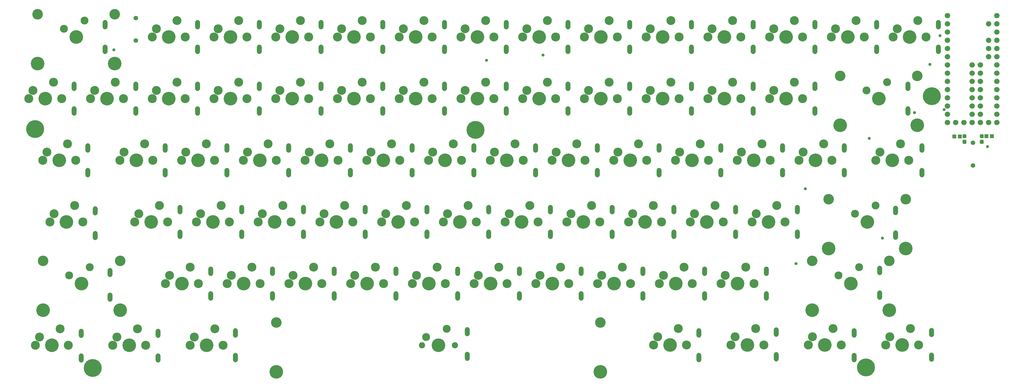
<source format=gbr>
G04 EAGLE Gerber X2 export*
%TF.Part,Single*%
%TF.FileFunction,Soldermask,Top,1*%
%TF.FilePolarity,Negative*%
%TF.GenerationSoftware,Autodesk,EAGLE,9.1.2*%
%TF.CreationDate,2018-08-12T18:09:38Z*%
G75*
%MOMM*%
%FSLAX34Y34*%
%LPD*%
%AMOC8*
5,1,8,0,0,1.08239X$1,22.5*%
G01*
%ADD10C,2.743200*%
%ADD11C,2.774800*%
%ADD12C,4.203600*%
%ADD13C,1.524000*%
%ADD14C,4.203200*%
%ADD15C,1.903200*%
%ADD16C,2.453200*%
%ADD17C,3.253200*%
%ADD18C,1.403200*%
%ADD19C,0.505344*%
%ADD20C,5.537200*%
%ADD21R,1.303200X1.203200*%
%ADD22C,1.676400*%
%ADD23C,0.959600*%


D10*
X326390Y716280D03*
X389890Y741680D03*
D11*
X313690Y690880D03*
X415290Y690880D03*
D12*
X364490Y690880D03*
D10*
X516890Y716280D03*
X580390Y741680D03*
D11*
X504190Y690880D03*
X605790Y690880D03*
D12*
X554990Y690880D03*
D10*
X707390Y716280D03*
X770890Y741680D03*
D11*
X694690Y690880D03*
X796290Y690880D03*
D12*
X745490Y690880D03*
D10*
X897890Y716280D03*
X961390Y741680D03*
D11*
X885190Y690880D03*
X986790Y690880D03*
D12*
X935990Y690880D03*
D10*
X1088390Y716280D03*
X1151890Y741680D03*
D11*
X1075690Y690880D03*
X1177290Y690880D03*
D12*
X1126490Y690880D03*
D10*
X1278890Y716280D03*
X1342390Y741680D03*
D11*
X1266190Y690880D03*
X1367790Y690880D03*
D12*
X1316990Y690880D03*
D10*
X1469390Y716280D03*
X1532890Y741680D03*
D11*
X1456690Y690880D03*
X1558290Y690880D03*
D12*
X1507490Y690880D03*
D10*
X1659890Y716280D03*
X1723390Y741680D03*
D11*
X1647190Y690880D03*
X1748790Y690880D03*
D12*
X1697990Y690880D03*
D10*
X1850390Y716280D03*
X1913890Y741680D03*
D11*
X1837690Y690880D03*
X1939290Y690880D03*
D12*
X1888490Y690880D03*
D10*
X2040890Y716280D03*
X2104390Y741680D03*
D11*
X2028190Y690880D03*
X2129790Y690880D03*
D12*
X2078990Y690880D03*
D10*
X2231390Y716280D03*
X2294890Y741680D03*
D11*
X2218690Y690880D03*
X2320290Y690880D03*
D12*
X2269490Y690880D03*
D10*
X2421890Y716280D03*
X2485390Y741680D03*
D11*
X2409190Y690880D03*
X2510790Y690880D03*
D12*
X2459990Y690880D03*
D10*
X2659380Y716280D03*
X2722880Y741680D03*
D11*
X2646680Y690880D03*
X2748280Y690880D03*
D12*
X2697480Y690880D03*
D13*
X453390Y722376D02*
X453390Y735584D01*
X453390Y659384D02*
X453390Y646176D01*
X643890Y722376D02*
X643890Y735584D01*
X643890Y659384D02*
X643890Y646176D01*
X834390Y722376D02*
X834390Y735584D01*
X834390Y659384D02*
X834390Y646176D01*
X1024890Y722376D02*
X1024890Y735584D01*
X1024890Y659384D02*
X1024890Y646176D01*
X1215390Y722376D02*
X1215390Y735584D01*
X1215390Y659384D02*
X1215390Y646176D01*
X1405890Y722376D02*
X1405890Y735584D01*
X1405890Y659384D02*
X1405890Y646176D01*
X1596390Y722376D02*
X1596390Y735584D01*
X1596390Y659384D02*
X1596390Y646176D01*
X1786890Y722376D02*
X1786890Y735584D01*
X1786890Y659384D02*
X1786890Y646176D01*
X1977390Y722376D02*
X1977390Y735584D01*
X1977390Y659384D02*
X1977390Y646176D01*
X2167890Y722376D02*
X2167890Y735584D01*
X2167890Y659384D02*
X2167890Y646176D01*
X2358390Y722376D02*
X2358390Y735584D01*
X2358390Y659384D02*
X2358390Y646176D01*
X2548890Y722376D02*
X2548890Y735584D01*
X2548890Y659384D02*
X2548890Y646176D01*
X2788920Y722376D02*
X2788920Y735584D01*
X2788920Y659384D02*
X2788920Y646176D01*
D10*
X372110Y525780D03*
X435610Y551180D03*
D11*
X359410Y500380D03*
X461010Y500380D03*
D12*
X410210Y500380D03*
D10*
X562610Y525780D03*
X626110Y551180D03*
D11*
X549910Y500380D03*
X651510Y500380D03*
D12*
X600710Y500380D03*
D10*
X753110Y525780D03*
X816610Y551180D03*
D11*
X740410Y500380D03*
X842010Y500380D03*
D12*
X791210Y500380D03*
D10*
X943610Y525780D03*
X1007110Y551180D03*
D11*
X930910Y500380D03*
X1032510Y500380D03*
D12*
X981710Y500380D03*
D10*
X1134110Y525780D03*
X1197610Y551180D03*
D11*
X1121410Y500380D03*
X1223010Y500380D03*
D12*
X1172210Y500380D03*
D10*
X1324610Y525780D03*
X1388110Y551180D03*
D11*
X1311910Y500380D03*
X1413510Y500380D03*
D12*
X1362710Y500380D03*
D10*
X1515110Y525780D03*
X1578610Y551180D03*
D11*
X1502410Y500380D03*
X1604010Y500380D03*
D12*
X1553210Y500380D03*
D10*
X1705610Y525780D03*
X1769110Y551180D03*
D11*
X1692910Y500380D03*
X1794510Y500380D03*
D12*
X1743710Y500380D03*
D10*
X1896110Y525780D03*
X1959610Y551180D03*
D11*
X1883410Y500380D03*
X1985010Y500380D03*
D12*
X1934210Y500380D03*
D10*
X2086610Y525780D03*
X2150110Y551180D03*
D11*
X2073910Y500380D03*
X2175510Y500380D03*
D12*
X2124710Y500380D03*
D10*
X2277110Y525780D03*
X2340610Y551180D03*
D11*
X2264410Y500380D03*
X2366010Y500380D03*
D12*
X2315210Y500380D03*
D13*
X499110Y531876D02*
X499110Y545084D01*
X499110Y468884D02*
X499110Y455676D01*
X689610Y531876D02*
X689610Y545084D01*
X689610Y468884D02*
X689610Y455676D01*
X880110Y531876D02*
X880110Y545084D01*
X880110Y468884D02*
X880110Y455676D01*
X1070610Y531876D02*
X1070610Y545084D01*
X1070610Y468884D02*
X1070610Y455676D01*
X1261110Y531876D02*
X1261110Y545084D01*
X1261110Y468884D02*
X1261110Y455676D01*
X1451610Y531876D02*
X1451610Y545084D01*
X1451610Y468884D02*
X1451610Y455676D01*
X1642110Y531876D02*
X1642110Y545084D01*
X1642110Y468884D02*
X1642110Y455676D01*
X1832610Y531876D02*
X1832610Y545084D01*
X1832610Y468884D02*
X1832610Y455676D01*
X2023110Y531876D02*
X2023110Y545084D01*
X2023110Y468884D02*
X2023110Y455676D01*
X2213610Y531876D02*
X2213610Y545084D01*
X2213610Y468884D02*
X2213610Y455676D01*
X2404110Y531876D02*
X2404110Y545084D01*
X2404110Y468884D02*
X2404110Y455676D01*
D10*
X467360Y335280D03*
X530860Y360680D03*
D11*
X454660Y309880D03*
X556260Y309880D03*
D12*
X505460Y309880D03*
D10*
X657860Y335280D03*
X721360Y360680D03*
D11*
X645160Y309880D03*
X746760Y309880D03*
D12*
X695960Y309880D03*
D10*
X848360Y335280D03*
X911860Y360680D03*
D11*
X835660Y309880D03*
X937260Y309880D03*
D12*
X886460Y309880D03*
D10*
X1038860Y335280D03*
X1102360Y360680D03*
D11*
X1026160Y309880D03*
X1127760Y309880D03*
D12*
X1076960Y309880D03*
D10*
X1229360Y335280D03*
X1292860Y360680D03*
D11*
X1216660Y309880D03*
X1318260Y309880D03*
D12*
X1267460Y309880D03*
D10*
X1419860Y335280D03*
X1483360Y360680D03*
D11*
X1407160Y309880D03*
X1508760Y309880D03*
D12*
X1457960Y309880D03*
D10*
X1610360Y335280D03*
X1673860Y360680D03*
D11*
X1597660Y309880D03*
X1699260Y309880D03*
D12*
X1648460Y309880D03*
D10*
X1800860Y335280D03*
X1864360Y360680D03*
D11*
X1788160Y309880D03*
X1889760Y309880D03*
D12*
X1838960Y309880D03*
D10*
X1991360Y335280D03*
X2054860Y360680D03*
D11*
X1978660Y309880D03*
X2080260Y309880D03*
D12*
X2029460Y309880D03*
D10*
X2181860Y335280D03*
X2245360Y360680D03*
D11*
X2169160Y309880D03*
X2270760Y309880D03*
D12*
X2219960Y309880D03*
D13*
X594360Y341376D02*
X594360Y354584D01*
X594360Y278384D02*
X594360Y265176D01*
X784860Y341376D02*
X784860Y354584D01*
X784860Y278384D02*
X784860Y265176D01*
X975360Y341376D02*
X975360Y354584D01*
X975360Y278384D02*
X975360Y265176D01*
X1165860Y341376D02*
X1165860Y354584D01*
X1165860Y278384D02*
X1165860Y265176D01*
X1356360Y341376D02*
X1356360Y354584D01*
X1356360Y278384D02*
X1356360Y265176D01*
X1546860Y341376D02*
X1546860Y354584D01*
X1546860Y278384D02*
X1546860Y265176D01*
X1737360Y341376D02*
X1737360Y354584D01*
X1737360Y278384D02*
X1737360Y265176D01*
X1927860Y341376D02*
X1927860Y354584D01*
X1927860Y278384D02*
X1927860Y265176D01*
X2118360Y341376D02*
X2118360Y354584D01*
X2118360Y278384D02*
X2118360Y265176D01*
X2308860Y341376D02*
X2308860Y354584D01*
X2308860Y278384D02*
X2308860Y265176D01*
D10*
X88900Y716280D03*
X152400Y741680D03*
D11*
X76200Y690880D03*
X177800Y690880D03*
D12*
X127000Y690880D03*
D10*
X110490Y525780D03*
X173990Y551180D03*
D11*
X97790Y500380D03*
X199390Y500380D03*
D12*
X148590Y500380D03*
D13*
X214630Y722376D02*
X214630Y735584D01*
X214630Y659384D02*
X214630Y646176D01*
X237490Y541274D02*
X237490Y528066D01*
X237490Y465074D02*
X237490Y451866D01*
X283210Y350774D02*
X283210Y337566D01*
X283210Y274574D02*
X283210Y261366D01*
X2658110Y343916D02*
X2658110Y357124D01*
X2658110Y280924D02*
X2658110Y267716D01*
X2707640Y529336D02*
X2707640Y542544D01*
X2707640Y466344D02*
X2707640Y453136D01*
D10*
X236220Y906780D03*
X299720Y932180D03*
D11*
X223520Y881380D03*
X325120Y881380D03*
D12*
X274320Y881380D03*
D10*
X426720Y906780D03*
X490220Y932180D03*
D11*
X414020Y881380D03*
X515620Y881380D03*
D12*
X464820Y881380D03*
D10*
X617220Y906780D03*
X680720Y932180D03*
D11*
X604520Y881380D03*
X706120Y881380D03*
D12*
X655320Y881380D03*
D10*
X807720Y906780D03*
X871220Y932180D03*
D11*
X795020Y881380D03*
X896620Y881380D03*
D12*
X845820Y881380D03*
D10*
X998220Y906780D03*
X1061720Y932180D03*
D11*
X985520Y881380D03*
X1087120Y881380D03*
D12*
X1036320Y881380D03*
D10*
X1188720Y906780D03*
X1252220Y932180D03*
D11*
X1176020Y881380D03*
X1277620Y881380D03*
D12*
X1226820Y881380D03*
D10*
X1379220Y906780D03*
X1442720Y932180D03*
D11*
X1366520Y881380D03*
X1468120Y881380D03*
D12*
X1417320Y881380D03*
D10*
X1569720Y906780D03*
X1633220Y932180D03*
D11*
X1557020Y881380D03*
X1658620Y881380D03*
D12*
X1607820Y881380D03*
D10*
X1760220Y906780D03*
X1823720Y932180D03*
D11*
X1747520Y881380D03*
X1849120Y881380D03*
D12*
X1798320Y881380D03*
D10*
X1950720Y906780D03*
X2014220Y932180D03*
D11*
X1938020Y881380D03*
X2039620Y881380D03*
D12*
X1988820Y881380D03*
D10*
X2141220Y906780D03*
X2204720Y932180D03*
D11*
X2128520Y881380D03*
X2230120Y881380D03*
D12*
X2179320Y881380D03*
D10*
X2331720Y906780D03*
X2395220Y932180D03*
D11*
X2319020Y881380D03*
X2420620Y881380D03*
D12*
X2369820Y881380D03*
D13*
X363220Y912876D02*
X363220Y926084D01*
X363220Y849884D02*
X363220Y836676D01*
X553720Y912876D02*
X553720Y926084D01*
X553720Y849884D02*
X553720Y836676D01*
X744220Y912876D02*
X744220Y926084D01*
X744220Y849884D02*
X744220Y836676D01*
X934720Y912876D02*
X934720Y926084D01*
X934720Y849884D02*
X934720Y836676D01*
X1125220Y912876D02*
X1125220Y926084D01*
X1125220Y849884D02*
X1125220Y836676D01*
X1315720Y912876D02*
X1315720Y926084D01*
X1315720Y849884D02*
X1315720Y836676D01*
X1506220Y912876D02*
X1506220Y926084D01*
X1506220Y849884D02*
X1506220Y836676D01*
X1696720Y912876D02*
X1696720Y926084D01*
X1696720Y849884D02*
X1696720Y836676D01*
X1887220Y912876D02*
X1887220Y926084D01*
X1887220Y849884D02*
X1887220Y836676D01*
X2077720Y912876D02*
X2077720Y926084D01*
X2077720Y849884D02*
X2077720Y836676D01*
X2268220Y912876D02*
X2268220Y926084D01*
X2268220Y849884D02*
X2268220Y836676D01*
X2458720Y912876D02*
X2458720Y926084D01*
X2458720Y849884D02*
X2458720Y836676D01*
X2745740Y912876D02*
X2745740Y926084D01*
X2745740Y849884D02*
X2745740Y836676D01*
D10*
X45720Y906780D03*
X109220Y932180D03*
D11*
X33020Y881380D03*
X134620Y881380D03*
D12*
X83820Y881380D03*
D13*
X172720Y912876D02*
X172720Y926084D01*
X172720Y849884D02*
X172720Y836676D01*
D10*
X66040Y144780D03*
X129540Y170180D03*
D11*
X53340Y119380D03*
X154940Y119380D03*
D12*
X104140Y119380D03*
D10*
X304800Y144780D03*
X368300Y170180D03*
D11*
X292100Y119380D03*
X393700Y119380D03*
D12*
X342900Y119380D03*
D10*
X543560Y144780D03*
X607060Y170180D03*
D11*
X530860Y119380D03*
X632460Y119380D03*
D12*
X581660Y119380D03*
D10*
X1973580Y146050D03*
X2037080Y171450D03*
D11*
X1960880Y120650D03*
X2062480Y120650D03*
D12*
X2011680Y120650D03*
D10*
X2212340Y146050D03*
X2275840Y171450D03*
D11*
X2199640Y120650D03*
X2301240Y120650D03*
D12*
X2250440Y120650D03*
D13*
X194310Y149606D02*
X194310Y162814D01*
X194310Y86614D02*
X194310Y73406D01*
X431800Y149606D02*
X431800Y162814D01*
X431800Y86614D02*
X431800Y73406D01*
X670560Y150876D02*
X670560Y164084D01*
X670560Y87884D02*
X670560Y74676D01*
X1385570Y154686D02*
X1385570Y167894D01*
X1385570Y91694D02*
X1385570Y78486D01*
X2100580Y150876D02*
X2100580Y164084D01*
X2100580Y87884D02*
X2100580Y74676D01*
X2339340Y153416D02*
X2339340Y166624D01*
X2339340Y90424D02*
X2339340Y77216D01*
D10*
X426720Y1097280D03*
X490220Y1122680D03*
D11*
X414020Y1071880D03*
X515620Y1071880D03*
D12*
X464820Y1071880D03*
D10*
X617220Y1097280D03*
X680720Y1122680D03*
D11*
X604520Y1071880D03*
X706120Y1071880D03*
D12*
X655320Y1071880D03*
D10*
X807720Y1097280D03*
X871220Y1122680D03*
D11*
X795020Y1071880D03*
X896620Y1071880D03*
D12*
X845820Y1071880D03*
D10*
X998220Y1097280D03*
X1061720Y1122680D03*
D11*
X985520Y1071880D03*
X1087120Y1071880D03*
D12*
X1036320Y1071880D03*
D10*
X1188720Y1097280D03*
X1252220Y1122680D03*
D11*
X1176020Y1071880D03*
X1277620Y1071880D03*
D12*
X1226820Y1071880D03*
D10*
X1379220Y1097280D03*
X1442720Y1122680D03*
D11*
X1366520Y1071880D03*
X1468120Y1071880D03*
D12*
X1417320Y1071880D03*
D10*
X1569720Y1097280D03*
X1633220Y1122680D03*
D11*
X1557020Y1071880D03*
X1658620Y1071880D03*
D12*
X1607820Y1071880D03*
D10*
X1760220Y1097280D03*
X1823720Y1122680D03*
D11*
X1747520Y1071880D03*
X1849120Y1071880D03*
D12*
X1798320Y1071880D03*
D10*
X1950720Y1097280D03*
X2014220Y1122680D03*
D11*
X1938020Y1071880D03*
X2039620Y1071880D03*
D12*
X1988820Y1071880D03*
D10*
X2141220Y1097280D03*
X2204720Y1122680D03*
D11*
X2128520Y1071880D03*
X2230120Y1071880D03*
D12*
X2179320Y1071880D03*
D10*
X2331720Y1097280D03*
X2395220Y1122680D03*
D11*
X2319020Y1071880D03*
X2420620Y1071880D03*
D12*
X2369820Y1071880D03*
D10*
X2522220Y1097280D03*
X2585720Y1122680D03*
D11*
X2509520Y1071880D03*
X2611120Y1071880D03*
D12*
X2560320Y1071880D03*
D13*
X553720Y1103376D02*
X553720Y1116584D01*
X553720Y1040384D02*
X553720Y1027176D01*
X744220Y1103376D02*
X744220Y1116584D01*
X744220Y1040384D02*
X744220Y1027176D01*
X934720Y1103376D02*
X934720Y1116584D01*
X934720Y1040384D02*
X934720Y1027176D01*
X1125220Y1103376D02*
X1125220Y1116584D01*
X1125220Y1040384D02*
X1125220Y1027176D01*
X1315720Y1103376D02*
X1315720Y1116584D01*
X1315720Y1040384D02*
X1315720Y1027176D01*
X1506220Y1103376D02*
X1506220Y1116584D01*
X1506220Y1040384D02*
X1506220Y1027176D01*
X1696720Y1103376D02*
X1696720Y1116584D01*
X1696720Y1040384D02*
X1696720Y1027176D01*
X1887220Y1103376D02*
X1887220Y1116584D01*
X1887220Y1040384D02*
X1887220Y1027176D01*
X2077720Y1103376D02*
X2077720Y1116584D01*
X2077720Y1040384D02*
X2077720Y1027176D01*
X2268220Y1103376D02*
X2268220Y1116584D01*
X2268220Y1040384D02*
X2268220Y1027176D01*
X2458720Y1103376D02*
X2458720Y1116584D01*
X2458720Y1040384D02*
X2458720Y1027176D01*
X2649220Y1103376D02*
X2649220Y1116584D01*
X2649220Y1040384D02*
X2649220Y1027176D01*
X267970Y1103376D02*
X267970Y1116584D01*
X267970Y1040384D02*
X267970Y1027176D01*
D10*
X2451100Y146050D03*
X2514600Y171450D03*
D11*
X2438400Y120650D03*
X2540000Y120650D03*
D12*
X2489200Y120650D03*
D13*
X2579370Y150876D02*
X2579370Y164084D01*
X2579370Y87884D02*
X2579370Y74676D01*
D10*
X2689860Y146050D03*
X2753360Y171450D03*
D11*
X2677160Y120650D03*
X2778760Y120650D03*
D12*
X2727960Y120650D03*
D13*
X2818130Y152146D02*
X2818130Y165354D01*
X2818130Y89154D02*
X2818130Y75946D01*
D10*
X2712720Y1097280D03*
X2776220Y1122680D03*
D11*
X2700020Y1071880D03*
X2801620Y1071880D03*
D12*
X2750820Y1071880D03*
D13*
X2839720Y1103376D02*
X2839720Y1116584D01*
X2839720Y1040384D02*
X2839720Y1027176D01*
D14*
X1296670Y119380D03*
D15*
X1245870Y119380D03*
X1347470Y119380D03*
D16*
X1258570Y144780D03*
X1322070Y170180D03*
D17*
X796670Y189380D03*
X1796670Y189380D03*
D14*
X1796670Y36980D03*
X796670Y36980D03*
X179070Y1071880D03*
D16*
X140970Y1097280D03*
X204470Y1122680D03*
D17*
X60070Y1141880D03*
X298070Y1141880D03*
D14*
X298070Y989480D03*
X60070Y989480D03*
X195580Y309880D03*
D16*
X157480Y335280D03*
X220980Y360680D03*
D17*
X76580Y379880D03*
X314580Y379880D03*
D14*
X314580Y227480D03*
X76580Y227480D03*
X2569210Y309880D03*
D16*
X2531110Y335280D03*
X2594610Y360680D03*
D17*
X2450210Y379880D03*
X2688210Y379880D03*
D14*
X2688210Y227480D03*
X2450210Y227480D03*
X2620010Y500380D03*
D16*
X2581910Y525780D03*
X2645410Y551180D03*
D17*
X2501010Y570380D03*
X2739010Y570380D03*
D14*
X2739010Y417980D03*
X2501010Y417980D03*
X2655570Y881380D03*
D16*
X2617470Y906780D03*
X2680970Y932180D03*
D17*
X2536570Y951380D03*
X2774570Y951380D03*
D14*
X2774570Y798980D03*
X2536570Y798980D03*
D18*
X2946400Y675130D03*
X2946400Y745130D03*
X363220Y1130810D03*
X363220Y1060810D03*
D19*
X2916240Y751640D02*
X2923220Y751640D01*
X2923220Y744660D01*
X2916240Y744660D01*
X2916240Y751640D01*
X2916240Y749460D02*
X2923220Y749460D01*
X2923220Y769180D02*
X2916240Y769180D01*
X2923220Y769180D02*
X2923220Y762200D01*
X2916240Y762200D01*
X2916240Y769180D01*
X2916240Y767000D02*
X2923220Y767000D01*
X2969580Y751640D02*
X2976560Y751640D01*
X2976560Y744660D01*
X2969580Y744660D01*
X2969580Y751640D01*
X2969580Y749460D02*
X2976560Y749460D01*
X2976560Y769180D02*
X2969580Y769180D01*
X2976560Y769180D02*
X2976560Y762200D01*
X2969580Y762200D01*
X2969580Y769180D01*
X2969580Y767000D02*
X2976560Y767000D01*
D20*
X2616200Y50800D03*
X229870Y49530D03*
X1410970Y784860D03*
X52070Y787400D03*
D21*
X2905370Y764540D03*
X2888370Y764540D03*
X2987430Y765810D03*
X3004430Y765810D03*
D22*
X2867660Y1137920D03*
X2867660Y1112520D03*
X2867660Y1087120D03*
X2867660Y1061720D03*
X2867660Y1036320D03*
X2867660Y1010920D03*
X2867660Y985520D03*
X2867660Y960120D03*
X2867660Y934720D03*
X2867660Y909320D03*
X2867660Y883920D03*
X2867660Y858520D03*
X2867660Y833120D03*
X2867660Y807720D03*
X2893060Y807720D03*
X2918460Y807720D03*
X2943860Y807720D03*
X2969260Y807720D03*
X2994660Y807720D03*
X3020060Y807720D03*
X3020060Y833120D03*
X3020060Y858520D03*
X3020060Y883920D03*
X3020060Y909320D03*
X3020060Y934720D03*
X3020060Y960120D03*
X3020060Y985520D03*
X3020060Y1010920D03*
X3020060Y1036320D03*
X3020060Y1061720D03*
X3020060Y1087120D03*
X3020060Y1112520D03*
X3020060Y1137920D03*
X2994660Y1112520D03*
X2994660Y1061720D03*
X2994660Y1036320D03*
X2994660Y1010920D03*
X2943860Y833120D03*
X2969260Y833120D03*
X2943860Y858520D03*
X2943860Y883920D03*
X2943860Y909320D03*
X2943860Y934720D03*
X2969260Y858520D03*
X2969260Y883920D03*
X2969260Y909320D03*
X2969260Y934720D03*
X2969260Y960120D03*
X2969260Y985520D03*
X2943860Y960120D03*
X2943860Y985520D03*
D20*
X2819400Y889000D03*
D23*
X2625725Y758825D03*
X2765425Y838200D03*
X2667000Y450850D03*
X1444625Y1000125D03*
X1619250Y1016000D03*
X2844800Y1076325D03*
X2400300Y371475D03*
X2428875Y603250D03*
X2990850Y733425D03*
X2857500Y847725D03*
X295275Y1031875D03*
X2813050Y987425D03*
M02*

</source>
